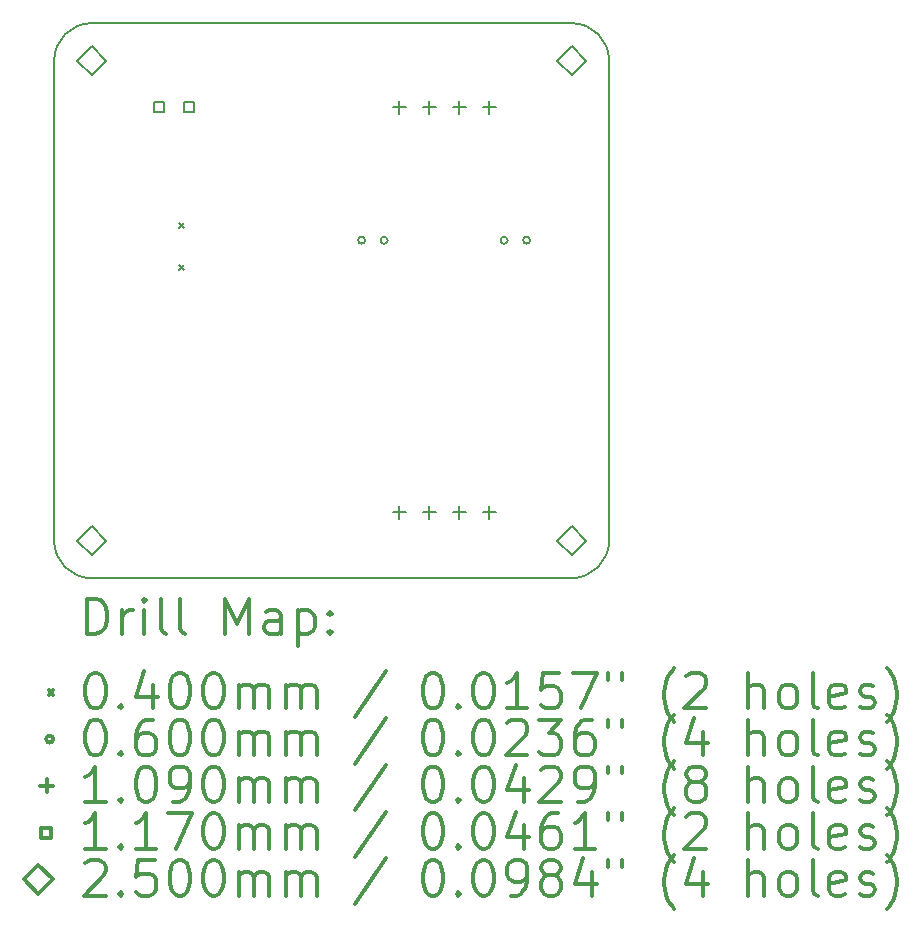
<source format=gbr>
%FSLAX45Y45*%
G04 Gerber Fmt 4.5, Leading zero omitted, Abs format (unit mm)*
G04 Created by KiCad (PCBNEW (5.1.10)-1) date 2021-10-30 21:20:29*
%MOMM*%
%LPD*%
G01*
G04 APERTURE LIST*
%TA.AperFunction,Profile*%
%ADD10C,0.150000*%
%TD*%
%ADD11C,0.200000*%
%ADD12C,0.300000*%
G04 APERTURE END LIST*
D10*
X9969500Y-12382500D02*
X5905500Y-12382500D01*
X10287000Y-8001000D02*
X10287000Y-12065000D01*
X5905500Y-7683500D02*
X9969500Y-7683500D01*
X5588000Y-12065000D02*
X5588000Y-8001000D01*
X5905500Y-12382500D02*
G75*
G02*
X5588000Y-12065000I0J317500D01*
G01*
X10287000Y-12065000D02*
G75*
G02*
X9969500Y-12382500I-317500J0D01*
G01*
X9969500Y-7683500D02*
G75*
G02*
X10287000Y-8001000I0J-317500D01*
G01*
X5588000Y-8001000D02*
G75*
G02*
X5905500Y-7683500I317500J0D01*
G01*
D11*
X6647500Y-9378000D02*
X6687500Y-9418000D01*
X6687500Y-9378000D02*
X6647500Y-9418000D01*
X6647500Y-9733600D02*
X6687500Y-9773600D01*
X6687500Y-9733600D02*
X6647500Y-9773600D01*
X8221500Y-9522000D02*
G75*
G03*
X8221500Y-9522000I-30000J0D01*
G01*
X8412000Y-9522000D02*
G75*
G03*
X8412000Y-9522000I-30000J0D01*
G01*
X9428000Y-9522000D02*
G75*
G03*
X9428000Y-9522000I-30000J0D01*
G01*
X9618500Y-9522000D02*
G75*
G03*
X9618500Y-9522000I-30000J0D01*
G01*
X8509000Y-8340000D02*
X8509000Y-8449000D01*
X8454500Y-8394500D02*
X8563500Y-8394500D01*
X8509000Y-11769000D02*
X8509000Y-11878000D01*
X8454500Y-11823500D02*
X8563500Y-11823500D01*
X8763000Y-8340000D02*
X8763000Y-8449000D01*
X8708500Y-8394500D02*
X8817500Y-8394500D01*
X8763000Y-11769000D02*
X8763000Y-11878000D01*
X8708500Y-11823500D02*
X8817500Y-11823500D01*
X9017000Y-8340000D02*
X9017000Y-8449000D01*
X8962500Y-8394500D02*
X9071500Y-8394500D01*
X9017000Y-11769000D02*
X9017000Y-11878000D01*
X8962500Y-11823500D02*
X9071500Y-11823500D01*
X9271000Y-8340000D02*
X9271000Y-8449000D01*
X9216500Y-8394500D02*
X9325500Y-8394500D01*
X9271000Y-11769000D02*
X9271000Y-11878000D01*
X9216500Y-11823500D02*
X9325500Y-11823500D01*
X6518366Y-8435866D02*
X6518366Y-8353134D01*
X6435634Y-8353134D01*
X6435634Y-8435866D01*
X6518366Y-8435866D01*
X6772366Y-8435866D02*
X6772366Y-8353134D01*
X6689634Y-8353134D01*
X6689634Y-8435866D01*
X6772366Y-8435866D01*
X5905500Y-8126000D02*
X6030500Y-8001000D01*
X5905500Y-7876000D01*
X5780500Y-8001000D01*
X5905500Y-8126000D01*
X5905500Y-12190000D02*
X6030500Y-12065000D01*
X5905500Y-11940000D01*
X5780500Y-12065000D01*
X5905500Y-12190000D01*
X9969500Y-8126000D02*
X10094500Y-8001000D01*
X9969500Y-7876000D01*
X9844500Y-8001000D01*
X9969500Y-8126000D01*
X9969500Y-12190000D02*
X10094500Y-12065000D01*
X9969500Y-11940000D01*
X9844500Y-12065000D01*
X9969500Y-12190000D01*
D12*
X5866928Y-12855714D02*
X5866928Y-12555714D01*
X5938357Y-12555714D01*
X5981214Y-12570000D01*
X6009786Y-12598571D01*
X6024071Y-12627143D01*
X6038357Y-12684286D01*
X6038357Y-12727143D01*
X6024071Y-12784286D01*
X6009786Y-12812857D01*
X5981214Y-12841429D01*
X5938357Y-12855714D01*
X5866928Y-12855714D01*
X6166928Y-12855714D02*
X6166928Y-12655714D01*
X6166928Y-12712857D02*
X6181214Y-12684286D01*
X6195500Y-12670000D01*
X6224071Y-12655714D01*
X6252643Y-12655714D01*
X6352643Y-12855714D02*
X6352643Y-12655714D01*
X6352643Y-12555714D02*
X6338357Y-12570000D01*
X6352643Y-12584286D01*
X6366928Y-12570000D01*
X6352643Y-12555714D01*
X6352643Y-12584286D01*
X6538357Y-12855714D02*
X6509786Y-12841429D01*
X6495500Y-12812857D01*
X6495500Y-12555714D01*
X6695500Y-12855714D02*
X6666928Y-12841429D01*
X6652643Y-12812857D01*
X6652643Y-12555714D01*
X7038357Y-12855714D02*
X7038357Y-12555714D01*
X7138357Y-12770000D01*
X7238357Y-12555714D01*
X7238357Y-12855714D01*
X7509786Y-12855714D02*
X7509786Y-12698571D01*
X7495500Y-12670000D01*
X7466928Y-12655714D01*
X7409786Y-12655714D01*
X7381214Y-12670000D01*
X7509786Y-12841429D02*
X7481214Y-12855714D01*
X7409786Y-12855714D01*
X7381214Y-12841429D01*
X7366928Y-12812857D01*
X7366928Y-12784286D01*
X7381214Y-12755714D01*
X7409786Y-12741429D01*
X7481214Y-12741429D01*
X7509786Y-12727143D01*
X7652643Y-12655714D02*
X7652643Y-12955714D01*
X7652643Y-12670000D02*
X7681214Y-12655714D01*
X7738357Y-12655714D01*
X7766928Y-12670000D01*
X7781214Y-12684286D01*
X7795500Y-12712857D01*
X7795500Y-12798571D01*
X7781214Y-12827143D01*
X7766928Y-12841429D01*
X7738357Y-12855714D01*
X7681214Y-12855714D01*
X7652643Y-12841429D01*
X7924071Y-12827143D02*
X7938357Y-12841429D01*
X7924071Y-12855714D01*
X7909786Y-12841429D01*
X7924071Y-12827143D01*
X7924071Y-12855714D01*
X7924071Y-12670000D02*
X7938357Y-12684286D01*
X7924071Y-12698571D01*
X7909786Y-12684286D01*
X7924071Y-12670000D01*
X7924071Y-12698571D01*
X5540500Y-13330000D02*
X5580500Y-13370000D01*
X5580500Y-13330000D02*
X5540500Y-13370000D01*
X5924071Y-13185714D02*
X5952643Y-13185714D01*
X5981214Y-13200000D01*
X5995500Y-13214286D01*
X6009786Y-13242857D01*
X6024071Y-13300000D01*
X6024071Y-13371429D01*
X6009786Y-13428571D01*
X5995500Y-13457143D01*
X5981214Y-13471429D01*
X5952643Y-13485714D01*
X5924071Y-13485714D01*
X5895500Y-13471429D01*
X5881214Y-13457143D01*
X5866928Y-13428571D01*
X5852643Y-13371429D01*
X5852643Y-13300000D01*
X5866928Y-13242857D01*
X5881214Y-13214286D01*
X5895500Y-13200000D01*
X5924071Y-13185714D01*
X6152643Y-13457143D02*
X6166928Y-13471429D01*
X6152643Y-13485714D01*
X6138357Y-13471429D01*
X6152643Y-13457143D01*
X6152643Y-13485714D01*
X6424071Y-13285714D02*
X6424071Y-13485714D01*
X6352643Y-13171429D02*
X6281214Y-13385714D01*
X6466928Y-13385714D01*
X6638357Y-13185714D02*
X6666928Y-13185714D01*
X6695500Y-13200000D01*
X6709786Y-13214286D01*
X6724071Y-13242857D01*
X6738357Y-13300000D01*
X6738357Y-13371429D01*
X6724071Y-13428571D01*
X6709786Y-13457143D01*
X6695500Y-13471429D01*
X6666928Y-13485714D01*
X6638357Y-13485714D01*
X6609786Y-13471429D01*
X6595500Y-13457143D01*
X6581214Y-13428571D01*
X6566928Y-13371429D01*
X6566928Y-13300000D01*
X6581214Y-13242857D01*
X6595500Y-13214286D01*
X6609786Y-13200000D01*
X6638357Y-13185714D01*
X6924071Y-13185714D02*
X6952643Y-13185714D01*
X6981214Y-13200000D01*
X6995500Y-13214286D01*
X7009786Y-13242857D01*
X7024071Y-13300000D01*
X7024071Y-13371429D01*
X7009786Y-13428571D01*
X6995500Y-13457143D01*
X6981214Y-13471429D01*
X6952643Y-13485714D01*
X6924071Y-13485714D01*
X6895500Y-13471429D01*
X6881214Y-13457143D01*
X6866928Y-13428571D01*
X6852643Y-13371429D01*
X6852643Y-13300000D01*
X6866928Y-13242857D01*
X6881214Y-13214286D01*
X6895500Y-13200000D01*
X6924071Y-13185714D01*
X7152643Y-13485714D02*
X7152643Y-13285714D01*
X7152643Y-13314286D02*
X7166928Y-13300000D01*
X7195500Y-13285714D01*
X7238357Y-13285714D01*
X7266928Y-13300000D01*
X7281214Y-13328571D01*
X7281214Y-13485714D01*
X7281214Y-13328571D02*
X7295500Y-13300000D01*
X7324071Y-13285714D01*
X7366928Y-13285714D01*
X7395500Y-13300000D01*
X7409786Y-13328571D01*
X7409786Y-13485714D01*
X7552643Y-13485714D02*
X7552643Y-13285714D01*
X7552643Y-13314286D02*
X7566928Y-13300000D01*
X7595500Y-13285714D01*
X7638357Y-13285714D01*
X7666928Y-13300000D01*
X7681214Y-13328571D01*
X7681214Y-13485714D01*
X7681214Y-13328571D02*
X7695500Y-13300000D01*
X7724071Y-13285714D01*
X7766928Y-13285714D01*
X7795500Y-13300000D01*
X7809786Y-13328571D01*
X7809786Y-13485714D01*
X8395500Y-13171429D02*
X8138357Y-13557143D01*
X8781214Y-13185714D02*
X8809786Y-13185714D01*
X8838357Y-13200000D01*
X8852643Y-13214286D01*
X8866928Y-13242857D01*
X8881214Y-13300000D01*
X8881214Y-13371429D01*
X8866928Y-13428571D01*
X8852643Y-13457143D01*
X8838357Y-13471429D01*
X8809786Y-13485714D01*
X8781214Y-13485714D01*
X8752643Y-13471429D01*
X8738357Y-13457143D01*
X8724071Y-13428571D01*
X8709786Y-13371429D01*
X8709786Y-13300000D01*
X8724071Y-13242857D01*
X8738357Y-13214286D01*
X8752643Y-13200000D01*
X8781214Y-13185714D01*
X9009786Y-13457143D02*
X9024071Y-13471429D01*
X9009786Y-13485714D01*
X8995500Y-13471429D01*
X9009786Y-13457143D01*
X9009786Y-13485714D01*
X9209786Y-13185714D02*
X9238357Y-13185714D01*
X9266928Y-13200000D01*
X9281214Y-13214286D01*
X9295500Y-13242857D01*
X9309786Y-13300000D01*
X9309786Y-13371429D01*
X9295500Y-13428571D01*
X9281214Y-13457143D01*
X9266928Y-13471429D01*
X9238357Y-13485714D01*
X9209786Y-13485714D01*
X9181214Y-13471429D01*
X9166928Y-13457143D01*
X9152643Y-13428571D01*
X9138357Y-13371429D01*
X9138357Y-13300000D01*
X9152643Y-13242857D01*
X9166928Y-13214286D01*
X9181214Y-13200000D01*
X9209786Y-13185714D01*
X9595500Y-13485714D02*
X9424071Y-13485714D01*
X9509786Y-13485714D02*
X9509786Y-13185714D01*
X9481214Y-13228571D01*
X9452643Y-13257143D01*
X9424071Y-13271429D01*
X9866928Y-13185714D02*
X9724071Y-13185714D01*
X9709786Y-13328571D01*
X9724071Y-13314286D01*
X9752643Y-13300000D01*
X9824071Y-13300000D01*
X9852643Y-13314286D01*
X9866928Y-13328571D01*
X9881214Y-13357143D01*
X9881214Y-13428571D01*
X9866928Y-13457143D01*
X9852643Y-13471429D01*
X9824071Y-13485714D01*
X9752643Y-13485714D01*
X9724071Y-13471429D01*
X9709786Y-13457143D01*
X9981214Y-13185714D02*
X10181214Y-13185714D01*
X10052643Y-13485714D01*
X10281214Y-13185714D02*
X10281214Y-13242857D01*
X10395500Y-13185714D02*
X10395500Y-13242857D01*
X10838357Y-13600000D02*
X10824071Y-13585714D01*
X10795500Y-13542857D01*
X10781214Y-13514286D01*
X10766928Y-13471429D01*
X10752643Y-13400000D01*
X10752643Y-13342857D01*
X10766928Y-13271429D01*
X10781214Y-13228571D01*
X10795500Y-13200000D01*
X10824071Y-13157143D01*
X10838357Y-13142857D01*
X10938357Y-13214286D02*
X10952643Y-13200000D01*
X10981214Y-13185714D01*
X11052643Y-13185714D01*
X11081214Y-13200000D01*
X11095500Y-13214286D01*
X11109786Y-13242857D01*
X11109786Y-13271429D01*
X11095500Y-13314286D01*
X10924071Y-13485714D01*
X11109786Y-13485714D01*
X11466928Y-13485714D02*
X11466928Y-13185714D01*
X11595500Y-13485714D02*
X11595500Y-13328571D01*
X11581214Y-13300000D01*
X11552643Y-13285714D01*
X11509786Y-13285714D01*
X11481214Y-13300000D01*
X11466928Y-13314286D01*
X11781214Y-13485714D02*
X11752643Y-13471429D01*
X11738357Y-13457143D01*
X11724071Y-13428571D01*
X11724071Y-13342857D01*
X11738357Y-13314286D01*
X11752643Y-13300000D01*
X11781214Y-13285714D01*
X11824071Y-13285714D01*
X11852643Y-13300000D01*
X11866928Y-13314286D01*
X11881214Y-13342857D01*
X11881214Y-13428571D01*
X11866928Y-13457143D01*
X11852643Y-13471429D01*
X11824071Y-13485714D01*
X11781214Y-13485714D01*
X12052643Y-13485714D02*
X12024071Y-13471429D01*
X12009786Y-13442857D01*
X12009786Y-13185714D01*
X12281214Y-13471429D02*
X12252643Y-13485714D01*
X12195500Y-13485714D01*
X12166928Y-13471429D01*
X12152643Y-13442857D01*
X12152643Y-13328571D01*
X12166928Y-13300000D01*
X12195500Y-13285714D01*
X12252643Y-13285714D01*
X12281214Y-13300000D01*
X12295500Y-13328571D01*
X12295500Y-13357143D01*
X12152643Y-13385714D01*
X12409786Y-13471429D02*
X12438357Y-13485714D01*
X12495500Y-13485714D01*
X12524071Y-13471429D01*
X12538357Y-13442857D01*
X12538357Y-13428571D01*
X12524071Y-13400000D01*
X12495500Y-13385714D01*
X12452643Y-13385714D01*
X12424071Y-13371429D01*
X12409786Y-13342857D01*
X12409786Y-13328571D01*
X12424071Y-13300000D01*
X12452643Y-13285714D01*
X12495500Y-13285714D01*
X12524071Y-13300000D01*
X12638357Y-13600000D02*
X12652643Y-13585714D01*
X12681214Y-13542857D01*
X12695500Y-13514286D01*
X12709786Y-13471429D01*
X12724071Y-13400000D01*
X12724071Y-13342857D01*
X12709786Y-13271429D01*
X12695500Y-13228571D01*
X12681214Y-13200000D01*
X12652643Y-13157143D01*
X12638357Y-13142857D01*
X5580500Y-13746000D02*
G75*
G03*
X5580500Y-13746000I-30000J0D01*
G01*
X5924071Y-13581714D02*
X5952643Y-13581714D01*
X5981214Y-13596000D01*
X5995500Y-13610286D01*
X6009786Y-13638857D01*
X6024071Y-13696000D01*
X6024071Y-13767429D01*
X6009786Y-13824571D01*
X5995500Y-13853143D01*
X5981214Y-13867429D01*
X5952643Y-13881714D01*
X5924071Y-13881714D01*
X5895500Y-13867429D01*
X5881214Y-13853143D01*
X5866928Y-13824571D01*
X5852643Y-13767429D01*
X5852643Y-13696000D01*
X5866928Y-13638857D01*
X5881214Y-13610286D01*
X5895500Y-13596000D01*
X5924071Y-13581714D01*
X6152643Y-13853143D02*
X6166928Y-13867429D01*
X6152643Y-13881714D01*
X6138357Y-13867429D01*
X6152643Y-13853143D01*
X6152643Y-13881714D01*
X6424071Y-13581714D02*
X6366928Y-13581714D01*
X6338357Y-13596000D01*
X6324071Y-13610286D01*
X6295500Y-13653143D01*
X6281214Y-13710286D01*
X6281214Y-13824571D01*
X6295500Y-13853143D01*
X6309786Y-13867429D01*
X6338357Y-13881714D01*
X6395500Y-13881714D01*
X6424071Y-13867429D01*
X6438357Y-13853143D01*
X6452643Y-13824571D01*
X6452643Y-13753143D01*
X6438357Y-13724571D01*
X6424071Y-13710286D01*
X6395500Y-13696000D01*
X6338357Y-13696000D01*
X6309786Y-13710286D01*
X6295500Y-13724571D01*
X6281214Y-13753143D01*
X6638357Y-13581714D02*
X6666928Y-13581714D01*
X6695500Y-13596000D01*
X6709786Y-13610286D01*
X6724071Y-13638857D01*
X6738357Y-13696000D01*
X6738357Y-13767429D01*
X6724071Y-13824571D01*
X6709786Y-13853143D01*
X6695500Y-13867429D01*
X6666928Y-13881714D01*
X6638357Y-13881714D01*
X6609786Y-13867429D01*
X6595500Y-13853143D01*
X6581214Y-13824571D01*
X6566928Y-13767429D01*
X6566928Y-13696000D01*
X6581214Y-13638857D01*
X6595500Y-13610286D01*
X6609786Y-13596000D01*
X6638357Y-13581714D01*
X6924071Y-13581714D02*
X6952643Y-13581714D01*
X6981214Y-13596000D01*
X6995500Y-13610286D01*
X7009786Y-13638857D01*
X7024071Y-13696000D01*
X7024071Y-13767429D01*
X7009786Y-13824571D01*
X6995500Y-13853143D01*
X6981214Y-13867429D01*
X6952643Y-13881714D01*
X6924071Y-13881714D01*
X6895500Y-13867429D01*
X6881214Y-13853143D01*
X6866928Y-13824571D01*
X6852643Y-13767429D01*
X6852643Y-13696000D01*
X6866928Y-13638857D01*
X6881214Y-13610286D01*
X6895500Y-13596000D01*
X6924071Y-13581714D01*
X7152643Y-13881714D02*
X7152643Y-13681714D01*
X7152643Y-13710286D02*
X7166928Y-13696000D01*
X7195500Y-13681714D01*
X7238357Y-13681714D01*
X7266928Y-13696000D01*
X7281214Y-13724571D01*
X7281214Y-13881714D01*
X7281214Y-13724571D02*
X7295500Y-13696000D01*
X7324071Y-13681714D01*
X7366928Y-13681714D01*
X7395500Y-13696000D01*
X7409786Y-13724571D01*
X7409786Y-13881714D01*
X7552643Y-13881714D02*
X7552643Y-13681714D01*
X7552643Y-13710286D02*
X7566928Y-13696000D01*
X7595500Y-13681714D01*
X7638357Y-13681714D01*
X7666928Y-13696000D01*
X7681214Y-13724571D01*
X7681214Y-13881714D01*
X7681214Y-13724571D02*
X7695500Y-13696000D01*
X7724071Y-13681714D01*
X7766928Y-13681714D01*
X7795500Y-13696000D01*
X7809786Y-13724571D01*
X7809786Y-13881714D01*
X8395500Y-13567429D02*
X8138357Y-13953143D01*
X8781214Y-13581714D02*
X8809786Y-13581714D01*
X8838357Y-13596000D01*
X8852643Y-13610286D01*
X8866928Y-13638857D01*
X8881214Y-13696000D01*
X8881214Y-13767429D01*
X8866928Y-13824571D01*
X8852643Y-13853143D01*
X8838357Y-13867429D01*
X8809786Y-13881714D01*
X8781214Y-13881714D01*
X8752643Y-13867429D01*
X8738357Y-13853143D01*
X8724071Y-13824571D01*
X8709786Y-13767429D01*
X8709786Y-13696000D01*
X8724071Y-13638857D01*
X8738357Y-13610286D01*
X8752643Y-13596000D01*
X8781214Y-13581714D01*
X9009786Y-13853143D02*
X9024071Y-13867429D01*
X9009786Y-13881714D01*
X8995500Y-13867429D01*
X9009786Y-13853143D01*
X9009786Y-13881714D01*
X9209786Y-13581714D02*
X9238357Y-13581714D01*
X9266928Y-13596000D01*
X9281214Y-13610286D01*
X9295500Y-13638857D01*
X9309786Y-13696000D01*
X9309786Y-13767429D01*
X9295500Y-13824571D01*
X9281214Y-13853143D01*
X9266928Y-13867429D01*
X9238357Y-13881714D01*
X9209786Y-13881714D01*
X9181214Y-13867429D01*
X9166928Y-13853143D01*
X9152643Y-13824571D01*
X9138357Y-13767429D01*
X9138357Y-13696000D01*
X9152643Y-13638857D01*
X9166928Y-13610286D01*
X9181214Y-13596000D01*
X9209786Y-13581714D01*
X9424071Y-13610286D02*
X9438357Y-13596000D01*
X9466928Y-13581714D01*
X9538357Y-13581714D01*
X9566928Y-13596000D01*
X9581214Y-13610286D01*
X9595500Y-13638857D01*
X9595500Y-13667429D01*
X9581214Y-13710286D01*
X9409786Y-13881714D01*
X9595500Y-13881714D01*
X9695500Y-13581714D02*
X9881214Y-13581714D01*
X9781214Y-13696000D01*
X9824071Y-13696000D01*
X9852643Y-13710286D01*
X9866928Y-13724571D01*
X9881214Y-13753143D01*
X9881214Y-13824571D01*
X9866928Y-13853143D01*
X9852643Y-13867429D01*
X9824071Y-13881714D01*
X9738357Y-13881714D01*
X9709786Y-13867429D01*
X9695500Y-13853143D01*
X10138357Y-13581714D02*
X10081214Y-13581714D01*
X10052643Y-13596000D01*
X10038357Y-13610286D01*
X10009786Y-13653143D01*
X9995500Y-13710286D01*
X9995500Y-13824571D01*
X10009786Y-13853143D01*
X10024071Y-13867429D01*
X10052643Y-13881714D01*
X10109786Y-13881714D01*
X10138357Y-13867429D01*
X10152643Y-13853143D01*
X10166928Y-13824571D01*
X10166928Y-13753143D01*
X10152643Y-13724571D01*
X10138357Y-13710286D01*
X10109786Y-13696000D01*
X10052643Y-13696000D01*
X10024071Y-13710286D01*
X10009786Y-13724571D01*
X9995500Y-13753143D01*
X10281214Y-13581714D02*
X10281214Y-13638857D01*
X10395500Y-13581714D02*
X10395500Y-13638857D01*
X10838357Y-13996000D02*
X10824071Y-13981714D01*
X10795500Y-13938857D01*
X10781214Y-13910286D01*
X10766928Y-13867429D01*
X10752643Y-13796000D01*
X10752643Y-13738857D01*
X10766928Y-13667429D01*
X10781214Y-13624571D01*
X10795500Y-13596000D01*
X10824071Y-13553143D01*
X10838357Y-13538857D01*
X11081214Y-13681714D02*
X11081214Y-13881714D01*
X11009786Y-13567429D02*
X10938357Y-13781714D01*
X11124071Y-13781714D01*
X11466928Y-13881714D02*
X11466928Y-13581714D01*
X11595500Y-13881714D02*
X11595500Y-13724571D01*
X11581214Y-13696000D01*
X11552643Y-13681714D01*
X11509786Y-13681714D01*
X11481214Y-13696000D01*
X11466928Y-13710286D01*
X11781214Y-13881714D02*
X11752643Y-13867429D01*
X11738357Y-13853143D01*
X11724071Y-13824571D01*
X11724071Y-13738857D01*
X11738357Y-13710286D01*
X11752643Y-13696000D01*
X11781214Y-13681714D01*
X11824071Y-13681714D01*
X11852643Y-13696000D01*
X11866928Y-13710286D01*
X11881214Y-13738857D01*
X11881214Y-13824571D01*
X11866928Y-13853143D01*
X11852643Y-13867429D01*
X11824071Y-13881714D01*
X11781214Y-13881714D01*
X12052643Y-13881714D02*
X12024071Y-13867429D01*
X12009786Y-13838857D01*
X12009786Y-13581714D01*
X12281214Y-13867429D02*
X12252643Y-13881714D01*
X12195500Y-13881714D01*
X12166928Y-13867429D01*
X12152643Y-13838857D01*
X12152643Y-13724571D01*
X12166928Y-13696000D01*
X12195500Y-13681714D01*
X12252643Y-13681714D01*
X12281214Y-13696000D01*
X12295500Y-13724571D01*
X12295500Y-13753143D01*
X12152643Y-13781714D01*
X12409786Y-13867429D02*
X12438357Y-13881714D01*
X12495500Y-13881714D01*
X12524071Y-13867429D01*
X12538357Y-13838857D01*
X12538357Y-13824571D01*
X12524071Y-13796000D01*
X12495500Y-13781714D01*
X12452643Y-13781714D01*
X12424071Y-13767429D01*
X12409786Y-13738857D01*
X12409786Y-13724571D01*
X12424071Y-13696000D01*
X12452643Y-13681714D01*
X12495500Y-13681714D01*
X12524071Y-13696000D01*
X12638357Y-13996000D02*
X12652643Y-13981714D01*
X12681214Y-13938857D01*
X12695500Y-13910286D01*
X12709786Y-13867429D01*
X12724071Y-13796000D01*
X12724071Y-13738857D01*
X12709786Y-13667429D01*
X12695500Y-13624571D01*
X12681214Y-13596000D01*
X12652643Y-13553143D01*
X12638357Y-13538857D01*
X5526000Y-14087500D02*
X5526000Y-14196500D01*
X5471500Y-14142000D02*
X5580500Y-14142000D01*
X6024071Y-14277714D02*
X5852643Y-14277714D01*
X5938357Y-14277714D02*
X5938357Y-13977714D01*
X5909786Y-14020571D01*
X5881214Y-14049143D01*
X5852643Y-14063429D01*
X6152643Y-14249143D02*
X6166928Y-14263429D01*
X6152643Y-14277714D01*
X6138357Y-14263429D01*
X6152643Y-14249143D01*
X6152643Y-14277714D01*
X6352643Y-13977714D02*
X6381214Y-13977714D01*
X6409786Y-13992000D01*
X6424071Y-14006286D01*
X6438357Y-14034857D01*
X6452643Y-14092000D01*
X6452643Y-14163429D01*
X6438357Y-14220571D01*
X6424071Y-14249143D01*
X6409786Y-14263429D01*
X6381214Y-14277714D01*
X6352643Y-14277714D01*
X6324071Y-14263429D01*
X6309786Y-14249143D01*
X6295500Y-14220571D01*
X6281214Y-14163429D01*
X6281214Y-14092000D01*
X6295500Y-14034857D01*
X6309786Y-14006286D01*
X6324071Y-13992000D01*
X6352643Y-13977714D01*
X6595500Y-14277714D02*
X6652643Y-14277714D01*
X6681214Y-14263429D01*
X6695500Y-14249143D01*
X6724071Y-14206286D01*
X6738357Y-14149143D01*
X6738357Y-14034857D01*
X6724071Y-14006286D01*
X6709786Y-13992000D01*
X6681214Y-13977714D01*
X6624071Y-13977714D01*
X6595500Y-13992000D01*
X6581214Y-14006286D01*
X6566928Y-14034857D01*
X6566928Y-14106286D01*
X6581214Y-14134857D01*
X6595500Y-14149143D01*
X6624071Y-14163429D01*
X6681214Y-14163429D01*
X6709786Y-14149143D01*
X6724071Y-14134857D01*
X6738357Y-14106286D01*
X6924071Y-13977714D02*
X6952643Y-13977714D01*
X6981214Y-13992000D01*
X6995500Y-14006286D01*
X7009786Y-14034857D01*
X7024071Y-14092000D01*
X7024071Y-14163429D01*
X7009786Y-14220571D01*
X6995500Y-14249143D01*
X6981214Y-14263429D01*
X6952643Y-14277714D01*
X6924071Y-14277714D01*
X6895500Y-14263429D01*
X6881214Y-14249143D01*
X6866928Y-14220571D01*
X6852643Y-14163429D01*
X6852643Y-14092000D01*
X6866928Y-14034857D01*
X6881214Y-14006286D01*
X6895500Y-13992000D01*
X6924071Y-13977714D01*
X7152643Y-14277714D02*
X7152643Y-14077714D01*
X7152643Y-14106286D02*
X7166928Y-14092000D01*
X7195500Y-14077714D01*
X7238357Y-14077714D01*
X7266928Y-14092000D01*
X7281214Y-14120571D01*
X7281214Y-14277714D01*
X7281214Y-14120571D02*
X7295500Y-14092000D01*
X7324071Y-14077714D01*
X7366928Y-14077714D01*
X7395500Y-14092000D01*
X7409786Y-14120571D01*
X7409786Y-14277714D01*
X7552643Y-14277714D02*
X7552643Y-14077714D01*
X7552643Y-14106286D02*
X7566928Y-14092000D01*
X7595500Y-14077714D01*
X7638357Y-14077714D01*
X7666928Y-14092000D01*
X7681214Y-14120571D01*
X7681214Y-14277714D01*
X7681214Y-14120571D02*
X7695500Y-14092000D01*
X7724071Y-14077714D01*
X7766928Y-14077714D01*
X7795500Y-14092000D01*
X7809786Y-14120571D01*
X7809786Y-14277714D01*
X8395500Y-13963429D02*
X8138357Y-14349143D01*
X8781214Y-13977714D02*
X8809786Y-13977714D01*
X8838357Y-13992000D01*
X8852643Y-14006286D01*
X8866928Y-14034857D01*
X8881214Y-14092000D01*
X8881214Y-14163429D01*
X8866928Y-14220571D01*
X8852643Y-14249143D01*
X8838357Y-14263429D01*
X8809786Y-14277714D01*
X8781214Y-14277714D01*
X8752643Y-14263429D01*
X8738357Y-14249143D01*
X8724071Y-14220571D01*
X8709786Y-14163429D01*
X8709786Y-14092000D01*
X8724071Y-14034857D01*
X8738357Y-14006286D01*
X8752643Y-13992000D01*
X8781214Y-13977714D01*
X9009786Y-14249143D02*
X9024071Y-14263429D01*
X9009786Y-14277714D01*
X8995500Y-14263429D01*
X9009786Y-14249143D01*
X9009786Y-14277714D01*
X9209786Y-13977714D02*
X9238357Y-13977714D01*
X9266928Y-13992000D01*
X9281214Y-14006286D01*
X9295500Y-14034857D01*
X9309786Y-14092000D01*
X9309786Y-14163429D01*
X9295500Y-14220571D01*
X9281214Y-14249143D01*
X9266928Y-14263429D01*
X9238357Y-14277714D01*
X9209786Y-14277714D01*
X9181214Y-14263429D01*
X9166928Y-14249143D01*
X9152643Y-14220571D01*
X9138357Y-14163429D01*
X9138357Y-14092000D01*
X9152643Y-14034857D01*
X9166928Y-14006286D01*
X9181214Y-13992000D01*
X9209786Y-13977714D01*
X9566928Y-14077714D02*
X9566928Y-14277714D01*
X9495500Y-13963429D02*
X9424071Y-14177714D01*
X9609786Y-14177714D01*
X9709786Y-14006286D02*
X9724071Y-13992000D01*
X9752643Y-13977714D01*
X9824071Y-13977714D01*
X9852643Y-13992000D01*
X9866928Y-14006286D01*
X9881214Y-14034857D01*
X9881214Y-14063429D01*
X9866928Y-14106286D01*
X9695500Y-14277714D01*
X9881214Y-14277714D01*
X10024071Y-14277714D02*
X10081214Y-14277714D01*
X10109786Y-14263429D01*
X10124071Y-14249143D01*
X10152643Y-14206286D01*
X10166928Y-14149143D01*
X10166928Y-14034857D01*
X10152643Y-14006286D01*
X10138357Y-13992000D01*
X10109786Y-13977714D01*
X10052643Y-13977714D01*
X10024071Y-13992000D01*
X10009786Y-14006286D01*
X9995500Y-14034857D01*
X9995500Y-14106286D01*
X10009786Y-14134857D01*
X10024071Y-14149143D01*
X10052643Y-14163429D01*
X10109786Y-14163429D01*
X10138357Y-14149143D01*
X10152643Y-14134857D01*
X10166928Y-14106286D01*
X10281214Y-13977714D02*
X10281214Y-14034857D01*
X10395500Y-13977714D02*
X10395500Y-14034857D01*
X10838357Y-14392000D02*
X10824071Y-14377714D01*
X10795500Y-14334857D01*
X10781214Y-14306286D01*
X10766928Y-14263429D01*
X10752643Y-14192000D01*
X10752643Y-14134857D01*
X10766928Y-14063429D01*
X10781214Y-14020571D01*
X10795500Y-13992000D01*
X10824071Y-13949143D01*
X10838357Y-13934857D01*
X10995500Y-14106286D02*
X10966928Y-14092000D01*
X10952643Y-14077714D01*
X10938357Y-14049143D01*
X10938357Y-14034857D01*
X10952643Y-14006286D01*
X10966928Y-13992000D01*
X10995500Y-13977714D01*
X11052643Y-13977714D01*
X11081214Y-13992000D01*
X11095500Y-14006286D01*
X11109786Y-14034857D01*
X11109786Y-14049143D01*
X11095500Y-14077714D01*
X11081214Y-14092000D01*
X11052643Y-14106286D01*
X10995500Y-14106286D01*
X10966928Y-14120571D01*
X10952643Y-14134857D01*
X10938357Y-14163429D01*
X10938357Y-14220571D01*
X10952643Y-14249143D01*
X10966928Y-14263429D01*
X10995500Y-14277714D01*
X11052643Y-14277714D01*
X11081214Y-14263429D01*
X11095500Y-14249143D01*
X11109786Y-14220571D01*
X11109786Y-14163429D01*
X11095500Y-14134857D01*
X11081214Y-14120571D01*
X11052643Y-14106286D01*
X11466928Y-14277714D02*
X11466928Y-13977714D01*
X11595500Y-14277714D02*
X11595500Y-14120571D01*
X11581214Y-14092000D01*
X11552643Y-14077714D01*
X11509786Y-14077714D01*
X11481214Y-14092000D01*
X11466928Y-14106286D01*
X11781214Y-14277714D02*
X11752643Y-14263429D01*
X11738357Y-14249143D01*
X11724071Y-14220571D01*
X11724071Y-14134857D01*
X11738357Y-14106286D01*
X11752643Y-14092000D01*
X11781214Y-14077714D01*
X11824071Y-14077714D01*
X11852643Y-14092000D01*
X11866928Y-14106286D01*
X11881214Y-14134857D01*
X11881214Y-14220571D01*
X11866928Y-14249143D01*
X11852643Y-14263429D01*
X11824071Y-14277714D01*
X11781214Y-14277714D01*
X12052643Y-14277714D02*
X12024071Y-14263429D01*
X12009786Y-14234857D01*
X12009786Y-13977714D01*
X12281214Y-14263429D02*
X12252643Y-14277714D01*
X12195500Y-14277714D01*
X12166928Y-14263429D01*
X12152643Y-14234857D01*
X12152643Y-14120571D01*
X12166928Y-14092000D01*
X12195500Y-14077714D01*
X12252643Y-14077714D01*
X12281214Y-14092000D01*
X12295500Y-14120571D01*
X12295500Y-14149143D01*
X12152643Y-14177714D01*
X12409786Y-14263429D02*
X12438357Y-14277714D01*
X12495500Y-14277714D01*
X12524071Y-14263429D01*
X12538357Y-14234857D01*
X12538357Y-14220571D01*
X12524071Y-14192000D01*
X12495500Y-14177714D01*
X12452643Y-14177714D01*
X12424071Y-14163429D01*
X12409786Y-14134857D01*
X12409786Y-14120571D01*
X12424071Y-14092000D01*
X12452643Y-14077714D01*
X12495500Y-14077714D01*
X12524071Y-14092000D01*
X12638357Y-14392000D02*
X12652643Y-14377714D01*
X12681214Y-14334857D01*
X12695500Y-14306286D01*
X12709786Y-14263429D01*
X12724071Y-14192000D01*
X12724071Y-14134857D01*
X12709786Y-14063429D01*
X12695500Y-14020571D01*
X12681214Y-13992000D01*
X12652643Y-13949143D01*
X12638357Y-13934857D01*
X5563366Y-14579366D02*
X5563366Y-14496634D01*
X5480634Y-14496634D01*
X5480634Y-14579366D01*
X5563366Y-14579366D01*
X6024071Y-14673714D02*
X5852643Y-14673714D01*
X5938357Y-14673714D02*
X5938357Y-14373714D01*
X5909786Y-14416571D01*
X5881214Y-14445143D01*
X5852643Y-14459429D01*
X6152643Y-14645143D02*
X6166928Y-14659429D01*
X6152643Y-14673714D01*
X6138357Y-14659429D01*
X6152643Y-14645143D01*
X6152643Y-14673714D01*
X6452643Y-14673714D02*
X6281214Y-14673714D01*
X6366928Y-14673714D02*
X6366928Y-14373714D01*
X6338357Y-14416571D01*
X6309786Y-14445143D01*
X6281214Y-14459429D01*
X6552643Y-14373714D02*
X6752643Y-14373714D01*
X6624071Y-14673714D01*
X6924071Y-14373714D02*
X6952643Y-14373714D01*
X6981214Y-14388000D01*
X6995500Y-14402286D01*
X7009786Y-14430857D01*
X7024071Y-14488000D01*
X7024071Y-14559429D01*
X7009786Y-14616571D01*
X6995500Y-14645143D01*
X6981214Y-14659429D01*
X6952643Y-14673714D01*
X6924071Y-14673714D01*
X6895500Y-14659429D01*
X6881214Y-14645143D01*
X6866928Y-14616571D01*
X6852643Y-14559429D01*
X6852643Y-14488000D01*
X6866928Y-14430857D01*
X6881214Y-14402286D01*
X6895500Y-14388000D01*
X6924071Y-14373714D01*
X7152643Y-14673714D02*
X7152643Y-14473714D01*
X7152643Y-14502286D02*
X7166928Y-14488000D01*
X7195500Y-14473714D01*
X7238357Y-14473714D01*
X7266928Y-14488000D01*
X7281214Y-14516571D01*
X7281214Y-14673714D01*
X7281214Y-14516571D02*
X7295500Y-14488000D01*
X7324071Y-14473714D01*
X7366928Y-14473714D01*
X7395500Y-14488000D01*
X7409786Y-14516571D01*
X7409786Y-14673714D01*
X7552643Y-14673714D02*
X7552643Y-14473714D01*
X7552643Y-14502286D02*
X7566928Y-14488000D01*
X7595500Y-14473714D01*
X7638357Y-14473714D01*
X7666928Y-14488000D01*
X7681214Y-14516571D01*
X7681214Y-14673714D01*
X7681214Y-14516571D02*
X7695500Y-14488000D01*
X7724071Y-14473714D01*
X7766928Y-14473714D01*
X7795500Y-14488000D01*
X7809786Y-14516571D01*
X7809786Y-14673714D01*
X8395500Y-14359429D02*
X8138357Y-14745143D01*
X8781214Y-14373714D02*
X8809786Y-14373714D01*
X8838357Y-14388000D01*
X8852643Y-14402286D01*
X8866928Y-14430857D01*
X8881214Y-14488000D01*
X8881214Y-14559429D01*
X8866928Y-14616571D01*
X8852643Y-14645143D01*
X8838357Y-14659429D01*
X8809786Y-14673714D01*
X8781214Y-14673714D01*
X8752643Y-14659429D01*
X8738357Y-14645143D01*
X8724071Y-14616571D01*
X8709786Y-14559429D01*
X8709786Y-14488000D01*
X8724071Y-14430857D01*
X8738357Y-14402286D01*
X8752643Y-14388000D01*
X8781214Y-14373714D01*
X9009786Y-14645143D02*
X9024071Y-14659429D01*
X9009786Y-14673714D01*
X8995500Y-14659429D01*
X9009786Y-14645143D01*
X9009786Y-14673714D01*
X9209786Y-14373714D02*
X9238357Y-14373714D01*
X9266928Y-14388000D01*
X9281214Y-14402286D01*
X9295500Y-14430857D01*
X9309786Y-14488000D01*
X9309786Y-14559429D01*
X9295500Y-14616571D01*
X9281214Y-14645143D01*
X9266928Y-14659429D01*
X9238357Y-14673714D01*
X9209786Y-14673714D01*
X9181214Y-14659429D01*
X9166928Y-14645143D01*
X9152643Y-14616571D01*
X9138357Y-14559429D01*
X9138357Y-14488000D01*
X9152643Y-14430857D01*
X9166928Y-14402286D01*
X9181214Y-14388000D01*
X9209786Y-14373714D01*
X9566928Y-14473714D02*
X9566928Y-14673714D01*
X9495500Y-14359429D02*
X9424071Y-14573714D01*
X9609786Y-14573714D01*
X9852643Y-14373714D02*
X9795500Y-14373714D01*
X9766928Y-14388000D01*
X9752643Y-14402286D01*
X9724071Y-14445143D01*
X9709786Y-14502286D01*
X9709786Y-14616571D01*
X9724071Y-14645143D01*
X9738357Y-14659429D01*
X9766928Y-14673714D01*
X9824071Y-14673714D01*
X9852643Y-14659429D01*
X9866928Y-14645143D01*
X9881214Y-14616571D01*
X9881214Y-14545143D01*
X9866928Y-14516571D01*
X9852643Y-14502286D01*
X9824071Y-14488000D01*
X9766928Y-14488000D01*
X9738357Y-14502286D01*
X9724071Y-14516571D01*
X9709786Y-14545143D01*
X10166928Y-14673714D02*
X9995500Y-14673714D01*
X10081214Y-14673714D02*
X10081214Y-14373714D01*
X10052643Y-14416571D01*
X10024071Y-14445143D01*
X9995500Y-14459429D01*
X10281214Y-14373714D02*
X10281214Y-14430857D01*
X10395500Y-14373714D02*
X10395500Y-14430857D01*
X10838357Y-14788000D02*
X10824071Y-14773714D01*
X10795500Y-14730857D01*
X10781214Y-14702286D01*
X10766928Y-14659429D01*
X10752643Y-14588000D01*
X10752643Y-14530857D01*
X10766928Y-14459429D01*
X10781214Y-14416571D01*
X10795500Y-14388000D01*
X10824071Y-14345143D01*
X10838357Y-14330857D01*
X10938357Y-14402286D02*
X10952643Y-14388000D01*
X10981214Y-14373714D01*
X11052643Y-14373714D01*
X11081214Y-14388000D01*
X11095500Y-14402286D01*
X11109786Y-14430857D01*
X11109786Y-14459429D01*
X11095500Y-14502286D01*
X10924071Y-14673714D01*
X11109786Y-14673714D01*
X11466928Y-14673714D02*
X11466928Y-14373714D01*
X11595500Y-14673714D02*
X11595500Y-14516571D01*
X11581214Y-14488000D01*
X11552643Y-14473714D01*
X11509786Y-14473714D01*
X11481214Y-14488000D01*
X11466928Y-14502286D01*
X11781214Y-14673714D02*
X11752643Y-14659429D01*
X11738357Y-14645143D01*
X11724071Y-14616571D01*
X11724071Y-14530857D01*
X11738357Y-14502286D01*
X11752643Y-14488000D01*
X11781214Y-14473714D01*
X11824071Y-14473714D01*
X11852643Y-14488000D01*
X11866928Y-14502286D01*
X11881214Y-14530857D01*
X11881214Y-14616571D01*
X11866928Y-14645143D01*
X11852643Y-14659429D01*
X11824071Y-14673714D01*
X11781214Y-14673714D01*
X12052643Y-14673714D02*
X12024071Y-14659429D01*
X12009786Y-14630857D01*
X12009786Y-14373714D01*
X12281214Y-14659429D02*
X12252643Y-14673714D01*
X12195500Y-14673714D01*
X12166928Y-14659429D01*
X12152643Y-14630857D01*
X12152643Y-14516571D01*
X12166928Y-14488000D01*
X12195500Y-14473714D01*
X12252643Y-14473714D01*
X12281214Y-14488000D01*
X12295500Y-14516571D01*
X12295500Y-14545143D01*
X12152643Y-14573714D01*
X12409786Y-14659429D02*
X12438357Y-14673714D01*
X12495500Y-14673714D01*
X12524071Y-14659429D01*
X12538357Y-14630857D01*
X12538357Y-14616571D01*
X12524071Y-14588000D01*
X12495500Y-14573714D01*
X12452643Y-14573714D01*
X12424071Y-14559429D01*
X12409786Y-14530857D01*
X12409786Y-14516571D01*
X12424071Y-14488000D01*
X12452643Y-14473714D01*
X12495500Y-14473714D01*
X12524071Y-14488000D01*
X12638357Y-14788000D02*
X12652643Y-14773714D01*
X12681214Y-14730857D01*
X12695500Y-14702286D01*
X12709786Y-14659429D01*
X12724071Y-14588000D01*
X12724071Y-14530857D01*
X12709786Y-14459429D01*
X12695500Y-14416571D01*
X12681214Y-14388000D01*
X12652643Y-14345143D01*
X12638357Y-14330857D01*
X5455500Y-15059000D02*
X5580500Y-14934000D01*
X5455500Y-14809000D01*
X5330500Y-14934000D01*
X5455500Y-15059000D01*
X5852643Y-14798286D02*
X5866928Y-14784000D01*
X5895500Y-14769714D01*
X5966928Y-14769714D01*
X5995500Y-14784000D01*
X6009786Y-14798286D01*
X6024071Y-14826857D01*
X6024071Y-14855429D01*
X6009786Y-14898286D01*
X5838357Y-15069714D01*
X6024071Y-15069714D01*
X6152643Y-15041143D02*
X6166928Y-15055429D01*
X6152643Y-15069714D01*
X6138357Y-15055429D01*
X6152643Y-15041143D01*
X6152643Y-15069714D01*
X6438357Y-14769714D02*
X6295500Y-14769714D01*
X6281214Y-14912571D01*
X6295500Y-14898286D01*
X6324071Y-14884000D01*
X6395500Y-14884000D01*
X6424071Y-14898286D01*
X6438357Y-14912571D01*
X6452643Y-14941143D01*
X6452643Y-15012571D01*
X6438357Y-15041143D01*
X6424071Y-15055429D01*
X6395500Y-15069714D01*
X6324071Y-15069714D01*
X6295500Y-15055429D01*
X6281214Y-15041143D01*
X6638357Y-14769714D02*
X6666928Y-14769714D01*
X6695500Y-14784000D01*
X6709786Y-14798286D01*
X6724071Y-14826857D01*
X6738357Y-14884000D01*
X6738357Y-14955429D01*
X6724071Y-15012571D01*
X6709786Y-15041143D01*
X6695500Y-15055429D01*
X6666928Y-15069714D01*
X6638357Y-15069714D01*
X6609786Y-15055429D01*
X6595500Y-15041143D01*
X6581214Y-15012571D01*
X6566928Y-14955429D01*
X6566928Y-14884000D01*
X6581214Y-14826857D01*
X6595500Y-14798286D01*
X6609786Y-14784000D01*
X6638357Y-14769714D01*
X6924071Y-14769714D02*
X6952643Y-14769714D01*
X6981214Y-14784000D01*
X6995500Y-14798286D01*
X7009786Y-14826857D01*
X7024071Y-14884000D01*
X7024071Y-14955429D01*
X7009786Y-15012571D01*
X6995500Y-15041143D01*
X6981214Y-15055429D01*
X6952643Y-15069714D01*
X6924071Y-15069714D01*
X6895500Y-15055429D01*
X6881214Y-15041143D01*
X6866928Y-15012571D01*
X6852643Y-14955429D01*
X6852643Y-14884000D01*
X6866928Y-14826857D01*
X6881214Y-14798286D01*
X6895500Y-14784000D01*
X6924071Y-14769714D01*
X7152643Y-15069714D02*
X7152643Y-14869714D01*
X7152643Y-14898286D02*
X7166928Y-14884000D01*
X7195500Y-14869714D01*
X7238357Y-14869714D01*
X7266928Y-14884000D01*
X7281214Y-14912571D01*
X7281214Y-15069714D01*
X7281214Y-14912571D02*
X7295500Y-14884000D01*
X7324071Y-14869714D01*
X7366928Y-14869714D01*
X7395500Y-14884000D01*
X7409786Y-14912571D01*
X7409786Y-15069714D01*
X7552643Y-15069714D02*
X7552643Y-14869714D01*
X7552643Y-14898286D02*
X7566928Y-14884000D01*
X7595500Y-14869714D01*
X7638357Y-14869714D01*
X7666928Y-14884000D01*
X7681214Y-14912571D01*
X7681214Y-15069714D01*
X7681214Y-14912571D02*
X7695500Y-14884000D01*
X7724071Y-14869714D01*
X7766928Y-14869714D01*
X7795500Y-14884000D01*
X7809786Y-14912571D01*
X7809786Y-15069714D01*
X8395500Y-14755429D02*
X8138357Y-15141143D01*
X8781214Y-14769714D02*
X8809786Y-14769714D01*
X8838357Y-14784000D01*
X8852643Y-14798286D01*
X8866928Y-14826857D01*
X8881214Y-14884000D01*
X8881214Y-14955429D01*
X8866928Y-15012571D01*
X8852643Y-15041143D01*
X8838357Y-15055429D01*
X8809786Y-15069714D01*
X8781214Y-15069714D01*
X8752643Y-15055429D01*
X8738357Y-15041143D01*
X8724071Y-15012571D01*
X8709786Y-14955429D01*
X8709786Y-14884000D01*
X8724071Y-14826857D01*
X8738357Y-14798286D01*
X8752643Y-14784000D01*
X8781214Y-14769714D01*
X9009786Y-15041143D02*
X9024071Y-15055429D01*
X9009786Y-15069714D01*
X8995500Y-15055429D01*
X9009786Y-15041143D01*
X9009786Y-15069714D01*
X9209786Y-14769714D02*
X9238357Y-14769714D01*
X9266928Y-14784000D01*
X9281214Y-14798286D01*
X9295500Y-14826857D01*
X9309786Y-14884000D01*
X9309786Y-14955429D01*
X9295500Y-15012571D01*
X9281214Y-15041143D01*
X9266928Y-15055429D01*
X9238357Y-15069714D01*
X9209786Y-15069714D01*
X9181214Y-15055429D01*
X9166928Y-15041143D01*
X9152643Y-15012571D01*
X9138357Y-14955429D01*
X9138357Y-14884000D01*
X9152643Y-14826857D01*
X9166928Y-14798286D01*
X9181214Y-14784000D01*
X9209786Y-14769714D01*
X9452643Y-15069714D02*
X9509786Y-15069714D01*
X9538357Y-15055429D01*
X9552643Y-15041143D01*
X9581214Y-14998286D01*
X9595500Y-14941143D01*
X9595500Y-14826857D01*
X9581214Y-14798286D01*
X9566928Y-14784000D01*
X9538357Y-14769714D01*
X9481214Y-14769714D01*
X9452643Y-14784000D01*
X9438357Y-14798286D01*
X9424071Y-14826857D01*
X9424071Y-14898286D01*
X9438357Y-14926857D01*
X9452643Y-14941143D01*
X9481214Y-14955429D01*
X9538357Y-14955429D01*
X9566928Y-14941143D01*
X9581214Y-14926857D01*
X9595500Y-14898286D01*
X9766928Y-14898286D02*
X9738357Y-14884000D01*
X9724071Y-14869714D01*
X9709786Y-14841143D01*
X9709786Y-14826857D01*
X9724071Y-14798286D01*
X9738357Y-14784000D01*
X9766928Y-14769714D01*
X9824071Y-14769714D01*
X9852643Y-14784000D01*
X9866928Y-14798286D01*
X9881214Y-14826857D01*
X9881214Y-14841143D01*
X9866928Y-14869714D01*
X9852643Y-14884000D01*
X9824071Y-14898286D01*
X9766928Y-14898286D01*
X9738357Y-14912571D01*
X9724071Y-14926857D01*
X9709786Y-14955429D01*
X9709786Y-15012571D01*
X9724071Y-15041143D01*
X9738357Y-15055429D01*
X9766928Y-15069714D01*
X9824071Y-15069714D01*
X9852643Y-15055429D01*
X9866928Y-15041143D01*
X9881214Y-15012571D01*
X9881214Y-14955429D01*
X9866928Y-14926857D01*
X9852643Y-14912571D01*
X9824071Y-14898286D01*
X10138357Y-14869714D02*
X10138357Y-15069714D01*
X10066928Y-14755429D02*
X9995500Y-14969714D01*
X10181214Y-14969714D01*
X10281214Y-14769714D02*
X10281214Y-14826857D01*
X10395500Y-14769714D02*
X10395500Y-14826857D01*
X10838357Y-15184000D02*
X10824071Y-15169714D01*
X10795500Y-15126857D01*
X10781214Y-15098286D01*
X10766928Y-15055429D01*
X10752643Y-14984000D01*
X10752643Y-14926857D01*
X10766928Y-14855429D01*
X10781214Y-14812571D01*
X10795500Y-14784000D01*
X10824071Y-14741143D01*
X10838357Y-14726857D01*
X11081214Y-14869714D02*
X11081214Y-15069714D01*
X11009786Y-14755429D02*
X10938357Y-14969714D01*
X11124071Y-14969714D01*
X11466928Y-15069714D02*
X11466928Y-14769714D01*
X11595500Y-15069714D02*
X11595500Y-14912571D01*
X11581214Y-14884000D01*
X11552643Y-14869714D01*
X11509786Y-14869714D01*
X11481214Y-14884000D01*
X11466928Y-14898286D01*
X11781214Y-15069714D02*
X11752643Y-15055429D01*
X11738357Y-15041143D01*
X11724071Y-15012571D01*
X11724071Y-14926857D01*
X11738357Y-14898286D01*
X11752643Y-14884000D01*
X11781214Y-14869714D01*
X11824071Y-14869714D01*
X11852643Y-14884000D01*
X11866928Y-14898286D01*
X11881214Y-14926857D01*
X11881214Y-15012571D01*
X11866928Y-15041143D01*
X11852643Y-15055429D01*
X11824071Y-15069714D01*
X11781214Y-15069714D01*
X12052643Y-15069714D02*
X12024071Y-15055429D01*
X12009786Y-15026857D01*
X12009786Y-14769714D01*
X12281214Y-15055429D02*
X12252643Y-15069714D01*
X12195500Y-15069714D01*
X12166928Y-15055429D01*
X12152643Y-15026857D01*
X12152643Y-14912571D01*
X12166928Y-14884000D01*
X12195500Y-14869714D01*
X12252643Y-14869714D01*
X12281214Y-14884000D01*
X12295500Y-14912571D01*
X12295500Y-14941143D01*
X12152643Y-14969714D01*
X12409786Y-15055429D02*
X12438357Y-15069714D01*
X12495500Y-15069714D01*
X12524071Y-15055429D01*
X12538357Y-15026857D01*
X12538357Y-15012571D01*
X12524071Y-14984000D01*
X12495500Y-14969714D01*
X12452643Y-14969714D01*
X12424071Y-14955429D01*
X12409786Y-14926857D01*
X12409786Y-14912571D01*
X12424071Y-14884000D01*
X12452643Y-14869714D01*
X12495500Y-14869714D01*
X12524071Y-14884000D01*
X12638357Y-15184000D02*
X12652643Y-15169714D01*
X12681214Y-15126857D01*
X12695500Y-15098286D01*
X12709786Y-15055429D01*
X12724071Y-14984000D01*
X12724071Y-14926857D01*
X12709786Y-14855429D01*
X12695500Y-14812571D01*
X12681214Y-14784000D01*
X12652643Y-14741143D01*
X12638357Y-14726857D01*
M02*

</source>
